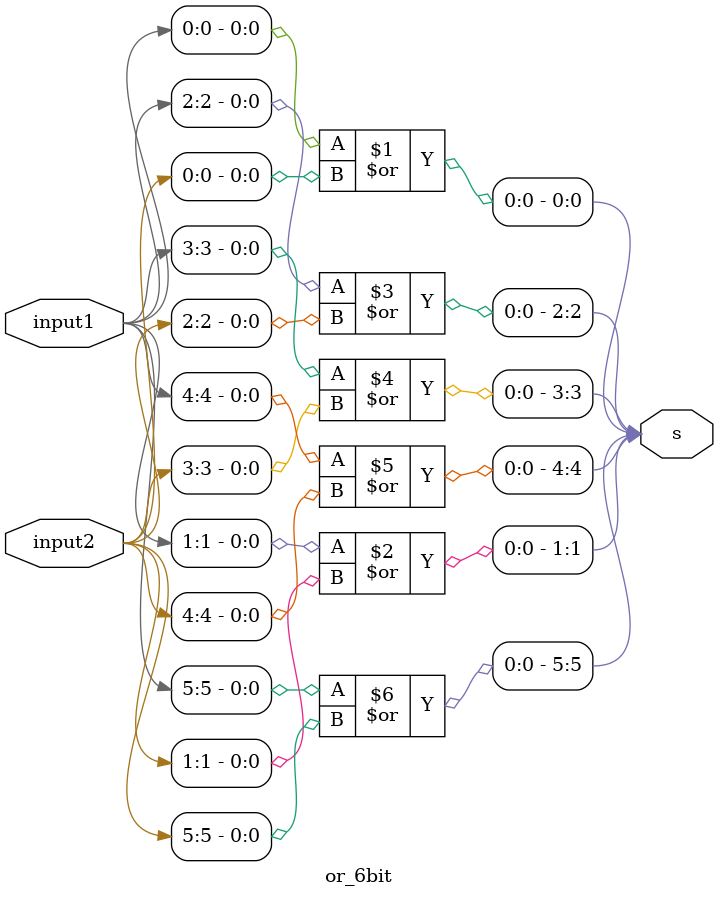
<source format=v>
module or_6bit(input [5:0] input1, input [5:0] input2, output [5:0] s);

or or1(s[0], input1[0], input2[0]);
or or2(s[1], input1[1], input2[1]);
or or3(s[2], input1[2], input2[2]);
or or4(s[3], input1[3], input2[3]);
or or5(s[4], input1[4], input2[4]);
or or6(s[5], input1[5], input2[5]);



endmodule

</source>
